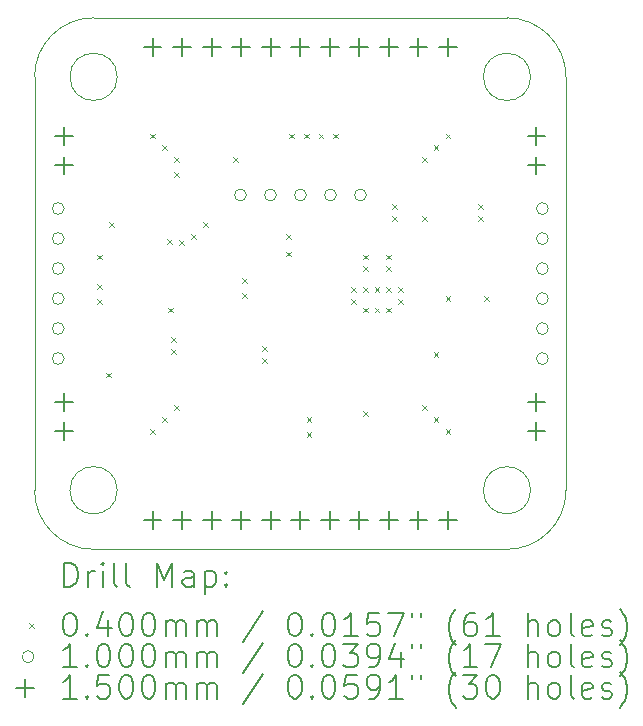
<source format=gbr>
%TF.GenerationSoftware,KiCad,Pcbnew,(6.0.10-0)*%
%TF.CreationDate,2023-01-28T23:12:18+01:00*%
%TF.ProjectId,hitpoint-proto-v1,68697470-6f69-46e7-942d-70726f746f2d,Proto V1*%
%TF.SameCoordinates,Original*%
%TF.FileFunction,Drillmap*%
%TF.FilePolarity,Positive*%
%FSLAX45Y45*%
G04 Gerber Fmt 4.5, Leading zero omitted, Abs format (unit mm)*
G04 Created by KiCad (PCBNEW (6.0.10-0)) date 2023-01-28 23:12:18*
%MOMM*%
%LPD*%
G01*
G04 APERTURE LIST*
%ADD10C,0.100000*%
%ADD11C,0.200000*%
%ADD12C,0.040000*%
%ADD13C,0.150000*%
G04 APERTURE END LIST*
D10*
X15700000Y-10500000D02*
G75*
G03*
X15700000Y-10500000I-200000J0D01*
G01*
X15700000Y-7000000D02*
G75*
G03*
X15700000Y-7000000I-200000J0D01*
G01*
X15500000Y-11000000D02*
X12000000Y-11000000D01*
X12200000Y-10500000D02*
G75*
G03*
X12200000Y-10500000I-200000J0D01*
G01*
X12200000Y-7000000D02*
G75*
G03*
X12200000Y-7000000I-200000J0D01*
G01*
X16000000Y-7000000D02*
X16000000Y-10500000D01*
X12000000Y-6500000D02*
X15500000Y-6500000D01*
X16000000Y-7000000D02*
G75*
G03*
X15500000Y-6500000I-500000J0D01*
G01*
X12000000Y-6500000D02*
G75*
G03*
X11500000Y-7000000I0J-500000D01*
G01*
X11500000Y-7000000D02*
X11500000Y-10500000D01*
X15500000Y-11000000D02*
G75*
G03*
X16000000Y-10500000I0J500000D01*
G01*
X11500000Y-10500000D02*
G75*
G03*
X12000000Y-11000000I500000J0D01*
G01*
D11*
D12*
X12030000Y-8505000D02*
X12070000Y-8545000D01*
X12070000Y-8505000D02*
X12030000Y-8545000D01*
X12030000Y-8755000D02*
X12070000Y-8795000D01*
X12070000Y-8755000D02*
X12030000Y-8795000D01*
X12030000Y-8880000D02*
X12070000Y-8920000D01*
X12070000Y-8880000D02*
X12030000Y-8920000D01*
X12105000Y-9505000D02*
X12145000Y-9545000D01*
X12145000Y-9505000D02*
X12105000Y-9545000D01*
X12130000Y-8230000D02*
X12170000Y-8270000D01*
X12170000Y-8230000D02*
X12130000Y-8270000D01*
X12480000Y-7480000D02*
X12520000Y-7520000D01*
X12520000Y-7480000D02*
X12480000Y-7520000D01*
X12480000Y-9980000D02*
X12520000Y-10020000D01*
X12520000Y-9980000D02*
X12480000Y-10020000D01*
X12580000Y-7580000D02*
X12620000Y-7620000D01*
X12620000Y-7580000D02*
X12580000Y-7620000D01*
X12580000Y-9880000D02*
X12620000Y-9920000D01*
X12620000Y-9880000D02*
X12580000Y-9920000D01*
X12621922Y-8376922D02*
X12661922Y-8416922D01*
X12661922Y-8376922D02*
X12621922Y-8416922D01*
X12630000Y-8955000D02*
X12670000Y-8995000D01*
X12670000Y-8955000D02*
X12630000Y-8995000D01*
X12655000Y-9205000D02*
X12695000Y-9245000D01*
X12695000Y-9205000D02*
X12655000Y-9245000D01*
X12655000Y-9305000D02*
X12695000Y-9345000D01*
X12695000Y-9305000D02*
X12655000Y-9345000D01*
X12680000Y-7680000D02*
X12720000Y-7720000D01*
X12720000Y-7680000D02*
X12680000Y-7720000D01*
X12680000Y-7805000D02*
X12720000Y-7845000D01*
X12720000Y-7805000D02*
X12680000Y-7845000D01*
X12680000Y-9780000D02*
X12720000Y-9820000D01*
X12720000Y-9780000D02*
X12680000Y-9820000D01*
X12725000Y-8380000D02*
X12765000Y-8420000D01*
X12765000Y-8380000D02*
X12725000Y-8420000D01*
X12825000Y-8330000D02*
X12865000Y-8370000D01*
X12865000Y-8330000D02*
X12825000Y-8370000D01*
X12930000Y-8230000D02*
X12970000Y-8270000D01*
X12970000Y-8230000D02*
X12930000Y-8270000D01*
X13180000Y-7680000D02*
X13220000Y-7720000D01*
X13220000Y-7680000D02*
X13180000Y-7720000D01*
X13255000Y-8705000D02*
X13295000Y-8745000D01*
X13295000Y-8705000D02*
X13255000Y-8745000D01*
X13255000Y-8830000D02*
X13295000Y-8870000D01*
X13295000Y-8830000D02*
X13255000Y-8870000D01*
X13430000Y-9280000D02*
X13470000Y-9320000D01*
X13470000Y-9280000D02*
X13430000Y-9320000D01*
X13430000Y-9380000D02*
X13470000Y-9420000D01*
X13470000Y-9380000D02*
X13430000Y-9420000D01*
X13630000Y-8330000D02*
X13670000Y-8370000D01*
X13670000Y-8330000D02*
X13630000Y-8370000D01*
X13630000Y-8480000D02*
X13670000Y-8520000D01*
X13670000Y-8480000D02*
X13630000Y-8520000D01*
X13655000Y-7480000D02*
X13695000Y-7520000D01*
X13695000Y-7480000D02*
X13655000Y-7520000D01*
X13780000Y-7480000D02*
X13820000Y-7520000D01*
X13820000Y-7480000D02*
X13780000Y-7520000D01*
X13805000Y-9880000D02*
X13845000Y-9920000D01*
X13845000Y-9880000D02*
X13805000Y-9920000D01*
X13805000Y-10005000D02*
X13845000Y-10045000D01*
X13845000Y-10005000D02*
X13805000Y-10045000D01*
X13905000Y-7480000D02*
X13945000Y-7520000D01*
X13945000Y-7480000D02*
X13905000Y-7520000D01*
X14030000Y-7480000D02*
X14070000Y-7520000D01*
X14070000Y-7480000D02*
X14030000Y-7520000D01*
X14180000Y-8780000D02*
X14220000Y-8820000D01*
X14220000Y-8780000D02*
X14180000Y-8820000D01*
X14180000Y-8880000D02*
X14220000Y-8920000D01*
X14220000Y-8880000D02*
X14180000Y-8920000D01*
X14280000Y-8505000D02*
X14320000Y-8545000D01*
X14320000Y-8505000D02*
X14280000Y-8545000D01*
X14280000Y-8605000D02*
X14320000Y-8645000D01*
X14320000Y-8605000D02*
X14280000Y-8645000D01*
X14280000Y-8780000D02*
X14320000Y-8820000D01*
X14320000Y-8780000D02*
X14280000Y-8820000D01*
X14280000Y-8955000D02*
X14320000Y-8995000D01*
X14320000Y-8955000D02*
X14280000Y-8995000D01*
X14280000Y-9830000D02*
X14320000Y-9870000D01*
X14320000Y-9830000D02*
X14280000Y-9870000D01*
X14380000Y-8780000D02*
X14420000Y-8820000D01*
X14420000Y-8780000D02*
X14380000Y-8820000D01*
X14380000Y-8955000D02*
X14420000Y-8995000D01*
X14420000Y-8955000D02*
X14380000Y-8995000D01*
X14480000Y-8505000D02*
X14520000Y-8545000D01*
X14520000Y-8505000D02*
X14480000Y-8545000D01*
X14480000Y-8605000D02*
X14520000Y-8645000D01*
X14520000Y-8605000D02*
X14480000Y-8645000D01*
X14480000Y-8780000D02*
X14520000Y-8820000D01*
X14520000Y-8780000D02*
X14480000Y-8820000D01*
X14480000Y-8955000D02*
X14520000Y-8995000D01*
X14520000Y-8955000D02*
X14480000Y-8995000D01*
X14530000Y-8080000D02*
X14570000Y-8120000D01*
X14570000Y-8080000D02*
X14530000Y-8120000D01*
X14530000Y-8180000D02*
X14570000Y-8220000D01*
X14570000Y-8180000D02*
X14530000Y-8220000D01*
X14580000Y-8780000D02*
X14620000Y-8820000D01*
X14620000Y-8780000D02*
X14580000Y-8820000D01*
X14580000Y-8880000D02*
X14620000Y-8920000D01*
X14620000Y-8880000D02*
X14580000Y-8920000D01*
X14780000Y-7680000D02*
X14820000Y-7720000D01*
X14820000Y-7680000D02*
X14780000Y-7720000D01*
X14780000Y-8180000D02*
X14820000Y-8220000D01*
X14820000Y-8180000D02*
X14780000Y-8220000D01*
X14780000Y-9780000D02*
X14820000Y-9820000D01*
X14820000Y-9780000D02*
X14780000Y-9820000D01*
X14880000Y-7580000D02*
X14920000Y-7620000D01*
X14920000Y-7580000D02*
X14880000Y-7620000D01*
X14880000Y-9330000D02*
X14920000Y-9370000D01*
X14920000Y-9330000D02*
X14880000Y-9370000D01*
X14880000Y-9880000D02*
X14920000Y-9920000D01*
X14920000Y-9880000D02*
X14880000Y-9920000D01*
X14980000Y-7480000D02*
X15020000Y-7520000D01*
X15020000Y-7480000D02*
X14980000Y-7520000D01*
X14980000Y-8855000D02*
X15020000Y-8895000D01*
X15020000Y-8855000D02*
X14980000Y-8895000D01*
X14980000Y-9980000D02*
X15020000Y-10020000D01*
X15020000Y-9980000D02*
X14980000Y-10020000D01*
X15255000Y-8080000D02*
X15295000Y-8120000D01*
X15295000Y-8080000D02*
X15255000Y-8120000D01*
X15255000Y-8180000D02*
X15295000Y-8220000D01*
X15295000Y-8180000D02*
X15255000Y-8220000D01*
X15305000Y-8855000D02*
X15345000Y-8895000D01*
X15345000Y-8855000D02*
X15305000Y-8895000D01*
D10*
X11750000Y-8115000D02*
G75*
G03*
X11750000Y-8115000I-50000J0D01*
G01*
X11750000Y-8369000D02*
G75*
G03*
X11750000Y-8369000I-50000J0D01*
G01*
X11750000Y-8623000D02*
G75*
G03*
X11750000Y-8623000I-50000J0D01*
G01*
X11750000Y-8877000D02*
G75*
G03*
X11750000Y-8877000I-50000J0D01*
G01*
X11750000Y-9131000D02*
G75*
G03*
X11750000Y-9131000I-50000J0D01*
G01*
X11750000Y-9385000D02*
G75*
G03*
X11750000Y-9385000I-50000J0D01*
G01*
X13292500Y-8000000D02*
G75*
G03*
X13292500Y-8000000I-50000J0D01*
G01*
X13546500Y-8000000D02*
G75*
G03*
X13546500Y-8000000I-50000J0D01*
G01*
X13800500Y-8000000D02*
G75*
G03*
X13800500Y-8000000I-50000J0D01*
G01*
X14054500Y-8000000D02*
G75*
G03*
X14054500Y-8000000I-50000J0D01*
G01*
X14308500Y-8000000D02*
G75*
G03*
X14308500Y-8000000I-50000J0D01*
G01*
X15850000Y-8115000D02*
G75*
G03*
X15850000Y-8115000I-50000J0D01*
G01*
X15850000Y-8369000D02*
G75*
G03*
X15850000Y-8369000I-50000J0D01*
G01*
X15850000Y-8623000D02*
G75*
G03*
X15850000Y-8623000I-50000J0D01*
G01*
X15850000Y-8877000D02*
G75*
G03*
X15850000Y-8877000I-50000J0D01*
G01*
X15850000Y-9131000D02*
G75*
G03*
X15850000Y-9131000I-50000J0D01*
G01*
X15850000Y-9385000D02*
G75*
G03*
X15850000Y-9385000I-50000J0D01*
G01*
D13*
X11750000Y-7425000D02*
X11750000Y-7575000D01*
X11675000Y-7500000D02*
X11825000Y-7500000D01*
X11750000Y-7675000D02*
X11750000Y-7825000D01*
X11675000Y-7750000D02*
X11825000Y-7750000D01*
X11750000Y-9675000D02*
X11750000Y-9825000D01*
X11675000Y-9750000D02*
X11825000Y-9750000D01*
X11750000Y-9925000D02*
X11750000Y-10075000D01*
X11675000Y-10000000D02*
X11825000Y-10000000D01*
X12500000Y-6675000D02*
X12500000Y-6825000D01*
X12425000Y-6750000D02*
X12575000Y-6750000D01*
X12500000Y-10675000D02*
X12500000Y-10825000D01*
X12425000Y-10750000D02*
X12575000Y-10750000D01*
X12750000Y-6675000D02*
X12750000Y-6825000D01*
X12675000Y-6750000D02*
X12825000Y-6750000D01*
X12750000Y-10675000D02*
X12750000Y-10825000D01*
X12675000Y-10750000D02*
X12825000Y-10750000D01*
X13000000Y-6675000D02*
X13000000Y-6825000D01*
X12925000Y-6750000D02*
X13075000Y-6750000D01*
X13000000Y-10675000D02*
X13000000Y-10825000D01*
X12925000Y-10750000D02*
X13075000Y-10750000D01*
X13250000Y-6675000D02*
X13250000Y-6825000D01*
X13175000Y-6750000D02*
X13325000Y-6750000D01*
X13250000Y-10675000D02*
X13250000Y-10825000D01*
X13175000Y-10750000D02*
X13325000Y-10750000D01*
X13500000Y-6675000D02*
X13500000Y-6825000D01*
X13425000Y-6750000D02*
X13575000Y-6750000D01*
X13500000Y-10675000D02*
X13500000Y-10825000D01*
X13425000Y-10750000D02*
X13575000Y-10750000D01*
X13750000Y-6675000D02*
X13750000Y-6825000D01*
X13675000Y-6750000D02*
X13825000Y-6750000D01*
X13750000Y-10675000D02*
X13750000Y-10825000D01*
X13675000Y-10750000D02*
X13825000Y-10750000D01*
X14000000Y-6675000D02*
X14000000Y-6825000D01*
X13925000Y-6750000D02*
X14075000Y-6750000D01*
X14000000Y-10675000D02*
X14000000Y-10825000D01*
X13925000Y-10750000D02*
X14075000Y-10750000D01*
X14250000Y-6675000D02*
X14250000Y-6825000D01*
X14175000Y-6750000D02*
X14325000Y-6750000D01*
X14250000Y-10675000D02*
X14250000Y-10825000D01*
X14175000Y-10750000D02*
X14325000Y-10750000D01*
X14500000Y-6675000D02*
X14500000Y-6825000D01*
X14425000Y-6750000D02*
X14575000Y-6750000D01*
X14500000Y-10675000D02*
X14500000Y-10825000D01*
X14425000Y-10750000D02*
X14575000Y-10750000D01*
X14750000Y-6675000D02*
X14750000Y-6825000D01*
X14675000Y-6750000D02*
X14825000Y-6750000D01*
X14750000Y-10675000D02*
X14750000Y-10825000D01*
X14675000Y-10750000D02*
X14825000Y-10750000D01*
X15000000Y-6675000D02*
X15000000Y-6825000D01*
X14925000Y-6750000D02*
X15075000Y-6750000D01*
X15000000Y-10675000D02*
X15000000Y-10825000D01*
X14925000Y-10750000D02*
X15075000Y-10750000D01*
X15750000Y-7425000D02*
X15750000Y-7575000D01*
X15675000Y-7500000D02*
X15825000Y-7500000D01*
X15750000Y-7675000D02*
X15750000Y-7825000D01*
X15675000Y-7750000D02*
X15825000Y-7750000D01*
X15750000Y-9675000D02*
X15750000Y-9825000D01*
X15675000Y-9750000D02*
X15825000Y-9750000D01*
X15750000Y-9925000D02*
X15750000Y-10075000D01*
X15675000Y-10000000D02*
X15825000Y-10000000D01*
D11*
X11752619Y-11315476D02*
X11752619Y-11115476D01*
X11800238Y-11115476D01*
X11828809Y-11125000D01*
X11847857Y-11144048D01*
X11857381Y-11163095D01*
X11866905Y-11201190D01*
X11866905Y-11229762D01*
X11857381Y-11267857D01*
X11847857Y-11286905D01*
X11828809Y-11305952D01*
X11800238Y-11315476D01*
X11752619Y-11315476D01*
X11952619Y-11315476D02*
X11952619Y-11182143D01*
X11952619Y-11220238D02*
X11962143Y-11201190D01*
X11971667Y-11191667D01*
X11990714Y-11182143D01*
X12009762Y-11182143D01*
X12076428Y-11315476D02*
X12076428Y-11182143D01*
X12076428Y-11115476D02*
X12066905Y-11125000D01*
X12076428Y-11134524D01*
X12085952Y-11125000D01*
X12076428Y-11115476D01*
X12076428Y-11134524D01*
X12200238Y-11315476D02*
X12181190Y-11305952D01*
X12171667Y-11286905D01*
X12171667Y-11115476D01*
X12305000Y-11315476D02*
X12285952Y-11305952D01*
X12276428Y-11286905D01*
X12276428Y-11115476D01*
X12533571Y-11315476D02*
X12533571Y-11115476D01*
X12600238Y-11258333D01*
X12666905Y-11115476D01*
X12666905Y-11315476D01*
X12847857Y-11315476D02*
X12847857Y-11210714D01*
X12838333Y-11191667D01*
X12819286Y-11182143D01*
X12781190Y-11182143D01*
X12762143Y-11191667D01*
X12847857Y-11305952D02*
X12828809Y-11315476D01*
X12781190Y-11315476D01*
X12762143Y-11305952D01*
X12752619Y-11286905D01*
X12752619Y-11267857D01*
X12762143Y-11248809D01*
X12781190Y-11239286D01*
X12828809Y-11239286D01*
X12847857Y-11229762D01*
X12943095Y-11182143D02*
X12943095Y-11382143D01*
X12943095Y-11191667D02*
X12962143Y-11182143D01*
X13000238Y-11182143D01*
X13019286Y-11191667D01*
X13028809Y-11201190D01*
X13038333Y-11220238D01*
X13038333Y-11277381D01*
X13028809Y-11296428D01*
X13019286Y-11305952D01*
X13000238Y-11315476D01*
X12962143Y-11315476D01*
X12943095Y-11305952D01*
X13124048Y-11296428D02*
X13133571Y-11305952D01*
X13124048Y-11315476D01*
X13114524Y-11305952D01*
X13124048Y-11296428D01*
X13124048Y-11315476D01*
X13124048Y-11191667D02*
X13133571Y-11201190D01*
X13124048Y-11210714D01*
X13114524Y-11201190D01*
X13124048Y-11191667D01*
X13124048Y-11210714D01*
D12*
X11455000Y-11625000D02*
X11495000Y-11665000D01*
X11495000Y-11625000D02*
X11455000Y-11665000D01*
D11*
X11790714Y-11535476D02*
X11809762Y-11535476D01*
X11828809Y-11545000D01*
X11838333Y-11554524D01*
X11847857Y-11573571D01*
X11857381Y-11611667D01*
X11857381Y-11659286D01*
X11847857Y-11697381D01*
X11838333Y-11716428D01*
X11828809Y-11725952D01*
X11809762Y-11735476D01*
X11790714Y-11735476D01*
X11771667Y-11725952D01*
X11762143Y-11716428D01*
X11752619Y-11697381D01*
X11743095Y-11659286D01*
X11743095Y-11611667D01*
X11752619Y-11573571D01*
X11762143Y-11554524D01*
X11771667Y-11545000D01*
X11790714Y-11535476D01*
X11943095Y-11716428D02*
X11952619Y-11725952D01*
X11943095Y-11735476D01*
X11933571Y-11725952D01*
X11943095Y-11716428D01*
X11943095Y-11735476D01*
X12124048Y-11602143D02*
X12124048Y-11735476D01*
X12076428Y-11525952D02*
X12028809Y-11668809D01*
X12152619Y-11668809D01*
X12266905Y-11535476D02*
X12285952Y-11535476D01*
X12305000Y-11545000D01*
X12314524Y-11554524D01*
X12324048Y-11573571D01*
X12333571Y-11611667D01*
X12333571Y-11659286D01*
X12324048Y-11697381D01*
X12314524Y-11716428D01*
X12305000Y-11725952D01*
X12285952Y-11735476D01*
X12266905Y-11735476D01*
X12247857Y-11725952D01*
X12238333Y-11716428D01*
X12228809Y-11697381D01*
X12219286Y-11659286D01*
X12219286Y-11611667D01*
X12228809Y-11573571D01*
X12238333Y-11554524D01*
X12247857Y-11545000D01*
X12266905Y-11535476D01*
X12457381Y-11535476D02*
X12476428Y-11535476D01*
X12495476Y-11545000D01*
X12505000Y-11554524D01*
X12514524Y-11573571D01*
X12524048Y-11611667D01*
X12524048Y-11659286D01*
X12514524Y-11697381D01*
X12505000Y-11716428D01*
X12495476Y-11725952D01*
X12476428Y-11735476D01*
X12457381Y-11735476D01*
X12438333Y-11725952D01*
X12428809Y-11716428D01*
X12419286Y-11697381D01*
X12409762Y-11659286D01*
X12409762Y-11611667D01*
X12419286Y-11573571D01*
X12428809Y-11554524D01*
X12438333Y-11545000D01*
X12457381Y-11535476D01*
X12609762Y-11735476D02*
X12609762Y-11602143D01*
X12609762Y-11621190D02*
X12619286Y-11611667D01*
X12638333Y-11602143D01*
X12666905Y-11602143D01*
X12685952Y-11611667D01*
X12695476Y-11630714D01*
X12695476Y-11735476D01*
X12695476Y-11630714D02*
X12705000Y-11611667D01*
X12724048Y-11602143D01*
X12752619Y-11602143D01*
X12771667Y-11611667D01*
X12781190Y-11630714D01*
X12781190Y-11735476D01*
X12876428Y-11735476D02*
X12876428Y-11602143D01*
X12876428Y-11621190D02*
X12885952Y-11611667D01*
X12905000Y-11602143D01*
X12933571Y-11602143D01*
X12952619Y-11611667D01*
X12962143Y-11630714D01*
X12962143Y-11735476D01*
X12962143Y-11630714D02*
X12971667Y-11611667D01*
X12990714Y-11602143D01*
X13019286Y-11602143D01*
X13038333Y-11611667D01*
X13047857Y-11630714D01*
X13047857Y-11735476D01*
X13438333Y-11525952D02*
X13266905Y-11783095D01*
X13695476Y-11535476D02*
X13714524Y-11535476D01*
X13733571Y-11545000D01*
X13743095Y-11554524D01*
X13752619Y-11573571D01*
X13762143Y-11611667D01*
X13762143Y-11659286D01*
X13752619Y-11697381D01*
X13743095Y-11716428D01*
X13733571Y-11725952D01*
X13714524Y-11735476D01*
X13695476Y-11735476D01*
X13676428Y-11725952D01*
X13666905Y-11716428D01*
X13657381Y-11697381D01*
X13647857Y-11659286D01*
X13647857Y-11611667D01*
X13657381Y-11573571D01*
X13666905Y-11554524D01*
X13676428Y-11545000D01*
X13695476Y-11535476D01*
X13847857Y-11716428D02*
X13857381Y-11725952D01*
X13847857Y-11735476D01*
X13838333Y-11725952D01*
X13847857Y-11716428D01*
X13847857Y-11735476D01*
X13981190Y-11535476D02*
X14000238Y-11535476D01*
X14019286Y-11545000D01*
X14028809Y-11554524D01*
X14038333Y-11573571D01*
X14047857Y-11611667D01*
X14047857Y-11659286D01*
X14038333Y-11697381D01*
X14028809Y-11716428D01*
X14019286Y-11725952D01*
X14000238Y-11735476D01*
X13981190Y-11735476D01*
X13962143Y-11725952D01*
X13952619Y-11716428D01*
X13943095Y-11697381D01*
X13933571Y-11659286D01*
X13933571Y-11611667D01*
X13943095Y-11573571D01*
X13952619Y-11554524D01*
X13962143Y-11545000D01*
X13981190Y-11535476D01*
X14238333Y-11735476D02*
X14124048Y-11735476D01*
X14181190Y-11735476D02*
X14181190Y-11535476D01*
X14162143Y-11564048D01*
X14143095Y-11583095D01*
X14124048Y-11592619D01*
X14419286Y-11535476D02*
X14324048Y-11535476D01*
X14314524Y-11630714D01*
X14324048Y-11621190D01*
X14343095Y-11611667D01*
X14390714Y-11611667D01*
X14409762Y-11621190D01*
X14419286Y-11630714D01*
X14428809Y-11649762D01*
X14428809Y-11697381D01*
X14419286Y-11716428D01*
X14409762Y-11725952D01*
X14390714Y-11735476D01*
X14343095Y-11735476D01*
X14324048Y-11725952D01*
X14314524Y-11716428D01*
X14495476Y-11535476D02*
X14628809Y-11535476D01*
X14543095Y-11735476D01*
X14695476Y-11535476D02*
X14695476Y-11573571D01*
X14771667Y-11535476D02*
X14771667Y-11573571D01*
X15066905Y-11811667D02*
X15057381Y-11802143D01*
X15038333Y-11773571D01*
X15028809Y-11754524D01*
X15019286Y-11725952D01*
X15009762Y-11678333D01*
X15009762Y-11640238D01*
X15019286Y-11592619D01*
X15028809Y-11564048D01*
X15038333Y-11545000D01*
X15057381Y-11516428D01*
X15066905Y-11506905D01*
X15228809Y-11535476D02*
X15190714Y-11535476D01*
X15171667Y-11545000D01*
X15162143Y-11554524D01*
X15143095Y-11583095D01*
X15133571Y-11621190D01*
X15133571Y-11697381D01*
X15143095Y-11716428D01*
X15152619Y-11725952D01*
X15171667Y-11735476D01*
X15209762Y-11735476D01*
X15228809Y-11725952D01*
X15238333Y-11716428D01*
X15247857Y-11697381D01*
X15247857Y-11649762D01*
X15238333Y-11630714D01*
X15228809Y-11621190D01*
X15209762Y-11611667D01*
X15171667Y-11611667D01*
X15152619Y-11621190D01*
X15143095Y-11630714D01*
X15133571Y-11649762D01*
X15438333Y-11735476D02*
X15324048Y-11735476D01*
X15381190Y-11735476D02*
X15381190Y-11535476D01*
X15362143Y-11564048D01*
X15343095Y-11583095D01*
X15324048Y-11592619D01*
X15676428Y-11735476D02*
X15676428Y-11535476D01*
X15762143Y-11735476D02*
X15762143Y-11630714D01*
X15752619Y-11611667D01*
X15733571Y-11602143D01*
X15705000Y-11602143D01*
X15685952Y-11611667D01*
X15676428Y-11621190D01*
X15885952Y-11735476D02*
X15866905Y-11725952D01*
X15857381Y-11716428D01*
X15847857Y-11697381D01*
X15847857Y-11640238D01*
X15857381Y-11621190D01*
X15866905Y-11611667D01*
X15885952Y-11602143D01*
X15914524Y-11602143D01*
X15933571Y-11611667D01*
X15943095Y-11621190D01*
X15952619Y-11640238D01*
X15952619Y-11697381D01*
X15943095Y-11716428D01*
X15933571Y-11725952D01*
X15914524Y-11735476D01*
X15885952Y-11735476D01*
X16066905Y-11735476D02*
X16047857Y-11725952D01*
X16038333Y-11706905D01*
X16038333Y-11535476D01*
X16219286Y-11725952D02*
X16200238Y-11735476D01*
X16162143Y-11735476D01*
X16143095Y-11725952D01*
X16133571Y-11706905D01*
X16133571Y-11630714D01*
X16143095Y-11611667D01*
X16162143Y-11602143D01*
X16200238Y-11602143D01*
X16219286Y-11611667D01*
X16228809Y-11630714D01*
X16228809Y-11649762D01*
X16133571Y-11668809D01*
X16305000Y-11725952D02*
X16324048Y-11735476D01*
X16362143Y-11735476D01*
X16381190Y-11725952D01*
X16390714Y-11706905D01*
X16390714Y-11697381D01*
X16381190Y-11678333D01*
X16362143Y-11668809D01*
X16333571Y-11668809D01*
X16314524Y-11659286D01*
X16305000Y-11640238D01*
X16305000Y-11630714D01*
X16314524Y-11611667D01*
X16333571Y-11602143D01*
X16362143Y-11602143D01*
X16381190Y-11611667D01*
X16457381Y-11811667D02*
X16466905Y-11802143D01*
X16485952Y-11773571D01*
X16495476Y-11754524D01*
X16505000Y-11725952D01*
X16514524Y-11678333D01*
X16514524Y-11640238D01*
X16505000Y-11592619D01*
X16495476Y-11564048D01*
X16485952Y-11545000D01*
X16466905Y-11516428D01*
X16457381Y-11506905D01*
D10*
X11495000Y-11909000D02*
G75*
G03*
X11495000Y-11909000I-50000J0D01*
G01*
D11*
X11857381Y-11999476D02*
X11743095Y-11999476D01*
X11800238Y-11999476D02*
X11800238Y-11799476D01*
X11781190Y-11828048D01*
X11762143Y-11847095D01*
X11743095Y-11856619D01*
X11943095Y-11980428D02*
X11952619Y-11989952D01*
X11943095Y-11999476D01*
X11933571Y-11989952D01*
X11943095Y-11980428D01*
X11943095Y-11999476D01*
X12076428Y-11799476D02*
X12095476Y-11799476D01*
X12114524Y-11809000D01*
X12124048Y-11818524D01*
X12133571Y-11837571D01*
X12143095Y-11875667D01*
X12143095Y-11923286D01*
X12133571Y-11961381D01*
X12124048Y-11980428D01*
X12114524Y-11989952D01*
X12095476Y-11999476D01*
X12076428Y-11999476D01*
X12057381Y-11989952D01*
X12047857Y-11980428D01*
X12038333Y-11961381D01*
X12028809Y-11923286D01*
X12028809Y-11875667D01*
X12038333Y-11837571D01*
X12047857Y-11818524D01*
X12057381Y-11809000D01*
X12076428Y-11799476D01*
X12266905Y-11799476D02*
X12285952Y-11799476D01*
X12305000Y-11809000D01*
X12314524Y-11818524D01*
X12324048Y-11837571D01*
X12333571Y-11875667D01*
X12333571Y-11923286D01*
X12324048Y-11961381D01*
X12314524Y-11980428D01*
X12305000Y-11989952D01*
X12285952Y-11999476D01*
X12266905Y-11999476D01*
X12247857Y-11989952D01*
X12238333Y-11980428D01*
X12228809Y-11961381D01*
X12219286Y-11923286D01*
X12219286Y-11875667D01*
X12228809Y-11837571D01*
X12238333Y-11818524D01*
X12247857Y-11809000D01*
X12266905Y-11799476D01*
X12457381Y-11799476D02*
X12476428Y-11799476D01*
X12495476Y-11809000D01*
X12505000Y-11818524D01*
X12514524Y-11837571D01*
X12524048Y-11875667D01*
X12524048Y-11923286D01*
X12514524Y-11961381D01*
X12505000Y-11980428D01*
X12495476Y-11989952D01*
X12476428Y-11999476D01*
X12457381Y-11999476D01*
X12438333Y-11989952D01*
X12428809Y-11980428D01*
X12419286Y-11961381D01*
X12409762Y-11923286D01*
X12409762Y-11875667D01*
X12419286Y-11837571D01*
X12428809Y-11818524D01*
X12438333Y-11809000D01*
X12457381Y-11799476D01*
X12609762Y-11999476D02*
X12609762Y-11866143D01*
X12609762Y-11885190D02*
X12619286Y-11875667D01*
X12638333Y-11866143D01*
X12666905Y-11866143D01*
X12685952Y-11875667D01*
X12695476Y-11894714D01*
X12695476Y-11999476D01*
X12695476Y-11894714D02*
X12705000Y-11875667D01*
X12724048Y-11866143D01*
X12752619Y-11866143D01*
X12771667Y-11875667D01*
X12781190Y-11894714D01*
X12781190Y-11999476D01*
X12876428Y-11999476D02*
X12876428Y-11866143D01*
X12876428Y-11885190D02*
X12885952Y-11875667D01*
X12905000Y-11866143D01*
X12933571Y-11866143D01*
X12952619Y-11875667D01*
X12962143Y-11894714D01*
X12962143Y-11999476D01*
X12962143Y-11894714D02*
X12971667Y-11875667D01*
X12990714Y-11866143D01*
X13019286Y-11866143D01*
X13038333Y-11875667D01*
X13047857Y-11894714D01*
X13047857Y-11999476D01*
X13438333Y-11789952D02*
X13266905Y-12047095D01*
X13695476Y-11799476D02*
X13714524Y-11799476D01*
X13733571Y-11809000D01*
X13743095Y-11818524D01*
X13752619Y-11837571D01*
X13762143Y-11875667D01*
X13762143Y-11923286D01*
X13752619Y-11961381D01*
X13743095Y-11980428D01*
X13733571Y-11989952D01*
X13714524Y-11999476D01*
X13695476Y-11999476D01*
X13676428Y-11989952D01*
X13666905Y-11980428D01*
X13657381Y-11961381D01*
X13647857Y-11923286D01*
X13647857Y-11875667D01*
X13657381Y-11837571D01*
X13666905Y-11818524D01*
X13676428Y-11809000D01*
X13695476Y-11799476D01*
X13847857Y-11980428D02*
X13857381Y-11989952D01*
X13847857Y-11999476D01*
X13838333Y-11989952D01*
X13847857Y-11980428D01*
X13847857Y-11999476D01*
X13981190Y-11799476D02*
X14000238Y-11799476D01*
X14019286Y-11809000D01*
X14028809Y-11818524D01*
X14038333Y-11837571D01*
X14047857Y-11875667D01*
X14047857Y-11923286D01*
X14038333Y-11961381D01*
X14028809Y-11980428D01*
X14019286Y-11989952D01*
X14000238Y-11999476D01*
X13981190Y-11999476D01*
X13962143Y-11989952D01*
X13952619Y-11980428D01*
X13943095Y-11961381D01*
X13933571Y-11923286D01*
X13933571Y-11875667D01*
X13943095Y-11837571D01*
X13952619Y-11818524D01*
X13962143Y-11809000D01*
X13981190Y-11799476D01*
X14114524Y-11799476D02*
X14238333Y-11799476D01*
X14171667Y-11875667D01*
X14200238Y-11875667D01*
X14219286Y-11885190D01*
X14228809Y-11894714D01*
X14238333Y-11913762D01*
X14238333Y-11961381D01*
X14228809Y-11980428D01*
X14219286Y-11989952D01*
X14200238Y-11999476D01*
X14143095Y-11999476D01*
X14124048Y-11989952D01*
X14114524Y-11980428D01*
X14333571Y-11999476D02*
X14371667Y-11999476D01*
X14390714Y-11989952D01*
X14400238Y-11980428D01*
X14419286Y-11951857D01*
X14428809Y-11913762D01*
X14428809Y-11837571D01*
X14419286Y-11818524D01*
X14409762Y-11809000D01*
X14390714Y-11799476D01*
X14352619Y-11799476D01*
X14333571Y-11809000D01*
X14324048Y-11818524D01*
X14314524Y-11837571D01*
X14314524Y-11885190D01*
X14324048Y-11904238D01*
X14333571Y-11913762D01*
X14352619Y-11923286D01*
X14390714Y-11923286D01*
X14409762Y-11913762D01*
X14419286Y-11904238D01*
X14428809Y-11885190D01*
X14600238Y-11866143D02*
X14600238Y-11999476D01*
X14552619Y-11789952D02*
X14505000Y-11932809D01*
X14628809Y-11932809D01*
X14695476Y-11799476D02*
X14695476Y-11837571D01*
X14771667Y-11799476D02*
X14771667Y-11837571D01*
X15066905Y-12075667D02*
X15057381Y-12066143D01*
X15038333Y-12037571D01*
X15028809Y-12018524D01*
X15019286Y-11989952D01*
X15009762Y-11942333D01*
X15009762Y-11904238D01*
X15019286Y-11856619D01*
X15028809Y-11828048D01*
X15038333Y-11809000D01*
X15057381Y-11780428D01*
X15066905Y-11770905D01*
X15247857Y-11999476D02*
X15133571Y-11999476D01*
X15190714Y-11999476D02*
X15190714Y-11799476D01*
X15171667Y-11828048D01*
X15152619Y-11847095D01*
X15133571Y-11856619D01*
X15314524Y-11799476D02*
X15447857Y-11799476D01*
X15362143Y-11999476D01*
X15676428Y-11999476D02*
X15676428Y-11799476D01*
X15762143Y-11999476D02*
X15762143Y-11894714D01*
X15752619Y-11875667D01*
X15733571Y-11866143D01*
X15705000Y-11866143D01*
X15685952Y-11875667D01*
X15676428Y-11885190D01*
X15885952Y-11999476D02*
X15866905Y-11989952D01*
X15857381Y-11980428D01*
X15847857Y-11961381D01*
X15847857Y-11904238D01*
X15857381Y-11885190D01*
X15866905Y-11875667D01*
X15885952Y-11866143D01*
X15914524Y-11866143D01*
X15933571Y-11875667D01*
X15943095Y-11885190D01*
X15952619Y-11904238D01*
X15952619Y-11961381D01*
X15943095Y-11980428D01*
X15933571Y-11989952D01*
X15914524Y-11999476D01*
X15885952Y-11999476D01*
X16066905Y-11999476D02*
X16047857Y-11989952D01*
X16038333Y-11970905D01*
X16038333Y-11799476D01*
X16219286Y-11989952D02*
X16200238Y-11999476D01*
X16162143Y-11999476D01*
X16143095Y-11989952D01*
X16133571Y-11970905D01*
X16133571Y-11894714D01*
X16143095Y-11875667D01*
X16162143Y-11866143D01*
X16200238Y-11866143D01*
X16219286Y-11875667D01*
X16228809Y-11894714D01*
X16228809Y-11913762D01*
X16133571Y-11932809D01*
X16305000Y-11989952D02*
X16324048Y-11999476D01*
X16362143Y-11999476D01*
X16381190Y-11989952D01*
X16390714Y-11970905D01*
X16390714Y-11961381D01*
X16381190Y-11942333D01*
X16362143Y-11932809D01*
X16333571Y-11932809D01*
X16314524Y-11923286D01*
X16305000Y-11904238D01*
X16305000Y-11894714D01*
X16314524Y-11875667D01*
X16333571Y-11866143D01*
X16362143Y-11866143D01*
X16381190Y-11875667D01*
X16457381Y-12075667D02*
X16466905Y-12066143D01*
X16485952Y-12037571D01*
X16495476Y-12018524D01*
X16505000Y-11989952D01*
X16514524Y-11942333D01*
X16514524Y-11904238D01*
X16505000Y-11856619D01*
X16495476Y-11828048D01*
X16485952Y-11809000D01*
X16466905Y-11780428D01*
X16457381Y-11770905D01*
D13*
X11420000Y-12098000D02*
X11420000Y-12248000D01*
X11345000Y-12173000D02*
X11495000Y-12173000D01*
D11*
X11857381Y-12263476D02*
X11743095Y-12263476D01*
X11800238Y-12263476D02*
X11800238Y-12063476D01*
X11781190Y-12092048D01*
X11762143Y-12111095D01*
X11743095Y-12120619D01*
X11943095Y-12244428D02*
X11952619Y-12253952D01*
X11943095Y-12263476D01*
X11933571Y-12253952D01*
X11943095Y-12244428D01*
X11943095Y-12263476D01*
X12133571Y-12063476D02*
X12038333Y-12063476D01*
X12028809Y-12158714D01*
X12038333Y-12149190D01*
X12057381Y-12139667D01*
X12105000Y-12139667D01*
X12124048Y-12149190D01*
X12133571Y-12158714D01*
X12143095Y-12177762D01*
X12143095Y-12225381D01*
X12133571Y-12244428D01*
X12124048Y-12253952D01*
X12105000Y-12263476D01*
X12057381Y-12263476D01*
X12038333Y-12253952D01*
X12028809Y-12244428D01*
X12266905Y-12063476D02*
X12285952Y-12063476D01*
X12305000Y-12073000D01*
X12314524Y-12082524D01*
X12324048Y-12101571D01*
X12333571Y-12139667D01*
X12333571Y-12187286D01*
X12324048Y-12225381D01*
X12314524Y-12244428D01*
X12305000Y-12253952D01*
X12285952Y-12263476D01*
X12266905Y-12263476D01*
X12247857Y-12253952D01*
X12238333Y-12244428D01*
X12228809Y-12225381D01*
X12219286Y-12187286D01*
X12219286Y-12139667D01*
X12228809Y-12101571D01*
X12238333Y-12082524D01*
X12247857Y-12073000D01*
X12266905Y-12063476D01*
X12457381Y-12063476D02*
X12476428Y-12063476D01*
X12495476Y-12073000D01*
X12505000Y-12082524D01*
X12514524Y-12101571D01*
X12524048Y-12139667D01*
X12524048Y-12187286D01*
X12514524Y-12225381D01*
X12505000Y-12244428D01*
X12495476Y-12253952D01*
X12476428Y-12263476D01*
X12457381Y-12263476D01*
X12438333Y-12253952D01*
X12428809Y-12244428D01*
X12419286Y-12225381D01*
X12409762Y-12187286D01*
X12409762Y-12139667D01*
X12419286Y-12101571D01*
X12428809Y-12082524D01*
X12438333Y-12073000D01*
X12457381Y-12063476D01*
X12609762Y-12263476D02*
X12609762Y-12130143D01*
X12609762Y-12149190D02*
X12619286Y-12139667D01*
X12638333Y-12130143D01*
X12666905Y-12130143D01*
X12685952Y-12139667D01*
X12695476Y-12158714D01*
X12695476Y-12263476D01*
X12695476Y-12158714D02*
X12705000Y-12139667D01*
X12724048Y-12130143D01*
X12752619Y-12130143D01*
X12771667Y-12139667D01*
X12781190Y-12158714D01*
X12781190Y-12263476D01*
X12876428Y-12263476D02*
X12876428Y-12130143D01*
X12876428Y-12149190D02*
X12885952Y-12139667D01*
X12905000Y-12130143D01*
X12933571Y-12130143D01*
X12952619Y-12139667D01*
X12962143Y-12158714D01*
X12962143Y-12263476D01*
X12962143Y-12158714D02*
X12971667Y-12139667D01*
X12990714Y-12130143D01*
X13019286Y-12130143D01*
X13038333Y-12139667D01*
X13047857Y-12158714D01*
X13047857Y-12263476D01*
X13438333Y-12053952D02*
X13266905Y-12311095D01*
X13695476Y-12063476D02*
X13714524Y-12063476D01*
X13733571Y-12073000D01*
X13743095Y-12082524D01*
X13752619Y-12101571D01*
X13762143Y-12139667D01*
X13762143Y-12187286D01*
X13752619Y-12225381D01*
X13743095Y-12244428D01*
X13733571Y-12253952D01*
X13714524Y-12263476D01*
X13695476Y-12263476D01*
X13676428Y-12253952D01*
X13666905Y-12244428D01*
X13657381Y-12225381D01*
X13647857Y-12187286D01*
X13647857Y-12139667D01*
X13657381Y-12101571D01*
X13666905Y-12082524D01*
X13676428Y-12073000D01*
X13695476Y-12063476D01*
X13847857Y-12244428D02*
X13857381Y-12253952D01*
X13847857Y-12263476D01*
X13838333Y-12253952D01*
X13847857Y-12244428D01*
X13847857Y-12263476D01*
X13981190Y-12063476D02*
X14000238Y-12063476D01*
X14019286Y-12073000D01*
X14028809Y-12082524D01*
X14038333Y-12101571D01*
X14047857Y-12139667D01*
X14047857Y-12187286D01*
X14038333Y-12225381D01*
X14028809Y-12244428D01*
X14019286Y-12253952D01*
X14000238Y-12263476D01*
X13981190Y-12263476D01*
X13962143Y-12253952D01*
X13952619Y-12244428D01*
X13943095Y-12225381D01*
X13933571Y-12187286D01*
X13933571Y-12139667D01*
X13943095Y-12101571D01*
X13952619Y-12082524D01*
X13962143Y-12073000D01*
X13981190Y-12063476D01*
X14228809Y-12063476D02*
X14133571Y-12063476D01*
X14124048Y-12158714D01*
X14133571Y-12149190D01*
X14152619Y-12139667D01*
X14200238Y-12139667D01*
X14219286Y-12149190D01*
X14228809Y-12158714D01*
X14238333Y-12177762D01*
X14238333Y-12225381D01*
X14228809Y-12244428D01*
X14219286Y-12253952D01*
X14200238Y-12263476D01*
X14152619Y-12263476D01*
X14133571Y-12253952D01*
X14124048Y-12244428D01*
X14333571Y-12263476D02*
X14371667Y-12263476D01*
X14390714Y-12253952D01*
X14400238Y-12244428D01*
X14419286Y-12215857D01*
X14428809Y-12177762D01*
X14428809Y-12101571D01*
X14419286Y-12082524D01*
X14409762Y-12073000D01*
X14390714Y-12063476D01*
X14352619Y-12063476D01*
X14333571Y-12073000D01*
X14324048Y-12082524D01*
X14314524Y-12101571D01*
X14314524Y-12149190D01*
X14324048Y-12168238D01*
X14333571Y-12177762D01*
X14352619Y-12187286D01*
X14390714Y-12187286D01*
X14409762Y-12177762D01*
X14419286Y-12168238D01*
X14428809Y-12149190D01*
X14619286Y-12263476D02*
X14505000Y-12263476D01*
X14562143Y-12263476D02*
X14562143Y-12063476D01*
X14543095Y-12092048D01*
X14524048Y-12111095D01*
X14505000Y-12120619D01*
X14695476Y-12063476D02*
X14695476Y-12101571D01*
X14771667Y-12063476D02*
X14771667Y-12101571D01*
X15066905Y-12339667D02*
X15057381Y-12330143D01*
X15038333Y-12301571D01*
X15028809Y-12282524D01*
X15019286Y-12253952D01*
X15009762Y-12206333D01*
X15009762Y-12168238D01*
X15019286Y-12120619D01*
X15028809Y-12092048D01*
X15038333Y-12073000D01*
X15057381Y-12044428D01*
X15066905Y-12034905D01*
X15124048Y-12063476D02*
X15247857Y-12063476D01*
X15181190Y-12139667D01*
X15209762Y-12139667D01*
X15228809Y-12149190D01*
X15238333Y-12158714D01*
X15247857Y-12177762D01*
X15247857Y-12225381D01*
X15238333Y-12244428D01*
X15228809Y-12253952D01*
X15209762Y-12263476D01*
X15152619Y-12263476D01*
X15133571Y-12253952D01*
X15124048Y-12244428D01*
X15371667Y-12063476D02*
X15390714Y-12063476D01*
X15409762Y-12073000D01*
X15419286Y-12082524D01*
X15428809Y-12101571D01*
X15438333Y-12139667D01*
X15438333Y-12187286D01*
X15428809Y-12225381D01*
X15419286Y-12244428D01*
X15409762Y-12253952D01*
X15390714Y-12263476D01*
X15371667Y-12263476D01*
X15352619Y-12253952D01*
X15343095Y-12244428D01*
X15333571Y-12225381D01*
X15324048Y-12187286D01*
X15324048Y-12139667D01*
X15333571Y-12101571D01*
X15343095Y-12082524D01*
X15352619Y-12073000D01*
X15371667Y-12063476D01*
X15676428Y-12263476D02*
X15676428Y-12063476D01*
X15762143Y-12263476D02*
X15762143Y-12158714D01*
X15752619Y-12139667D01*
X15733571Y-12130143D01*
X15705000Y-12130143D01*
X15685952Y-12139667D01*
X15676428Y-12149190D01*
X15885952Y-12263476D02*
X15866905Y-12253952D01*
X15857381Y-12244428D01*
X15847857Y-12225381D01*
X15847857Y-12168238D01*
X15857381Y-12149190D01*
X15866905Y-12139667D01*
X15885952Y-12130143D01*
X15914524Y-12130143D01*
X15933571Y-12139667D01*
X15943095Y-12149190D01*
X15952619Y-12168238D01*
X15952619Y-12225381D01*
X15943095Y-12244428D01*
X15933571Y-12253952D01*
X15914524Y-12263476D01*
X15885952Y-12263476D01*
X16066905Y-12263476D02*
X16047857Y-12253952D01*
X16038333Y-12234905D01*
X16038333Y-12063476D01*
X16219286Y-12253952D02*
X16200238Y-12263476D01*
X16162143Y-12263476D01*
X16143095Y-12253952D01*
X16133571Y-12234905D01*
X16133571Y-12158714D01*
X16143095Y-12139667D01*
X16162143Y-12130143D01*
X16200238Y-12130143D01*
X16219286Y-12139667D01*
X16228809Y-12158714D01*
X16228809Y-12177762D01*
X16133571Y-12196809D01*
X16305000Y-12253952D02*
X16324048Y-12263476D01*
X16362143Y-12263476D01*
X16381190Y-12253952D01*
X16390714Y-12234905D01*
X16390714Y-12225381D01*
X16381190Y-12206333D01*
X16362143Y-12196809D01*
X16333571Y-12196809D01*
X16314524Y-12187286D01*
X16305000Y-12168238D01*
X16305000Y-12158714D01*
X16314524Y-12139667D01*
X16333571Y-12130143D01*
X16362143Y-12130143D01*
X16381190Y-12139667D01*
X16457381Y-12339667D02*
X16466905Y-12330143D01*
X16485952Y-12301571D01*
X16495476Y-12282524D01*
X16505000Y-12253952D01*
X16514524Y-12206333D01*
X16514524Y-12168238D01*
X16505000Y-12120619D01*
X16495476Y-12092048D01*
X16485952Y-12073000D01*
X16466905Y-12044428D01*
X16457381Y-12034905D01*
M02*

</source>
